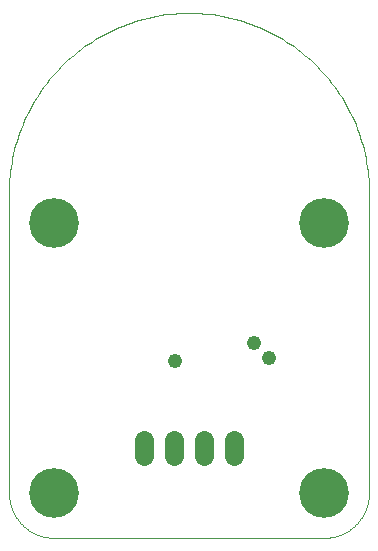
<source format=gbs>
G75*
%MOIN*%
%OFA0B0*%
%FSLAX25Y25*%
%IPPOS*%
%LPD*%
%AMOC8*
5,1,8,0,0,1.08239X$1,22.5*
%
%ADD10C,0.00000*%
%ADD11C,0.06343*%
%ADD12C,0.16611*%
%ADD13C,0.04800*%
D10*
X0001800Y0016800D02*
X0001800Y0116800D01*
X0001818Y0118261D01*
X0001871Y0119721D01*
X0001960Y0121180D01*
X0002084Y0122636D01*
X0002244Y0124088D01*
X0002439Y0125536D01*
X0002670Y0126979D01*
X0002935Y0128416D01*
X0003235Y0129846D01*
X0003570Y0131268D01*
X0003940Y0132682D01*
X0004344Y0134086D01*
X0004782Y0135480D01*
X0005254Y0136863D01*
X0005759Y0138234D01*
X0006298Y0139592D01*
X0006869Y0140937D01*
X0007473Y0142267D01*
X0008109Y0143583D01*
X0008777Y0144882D01*
X0009477Y0146165D01*
X0010208Y0147430D01*
X0010969Y0148678D01*
X0011760Y0149906D01*
X0012581Y0151115D01*
X0013431Y0152303D01*
X0014310Y0153470D01*
X0015217Y0154616D01*
X0016152Y0155739D01*
X0017114Y0156839D01*
X0018102Y0157915D01*
X0019116Y0158967D01*
X0020156Y0159994D01*
X0021220Y0160995D01*
X0022308Y0161971D01*
X0023420Y0162919D01*
X0024554Y0163840D01*
X0025711Y0164733D01*
X0026888Y0165597D01*
X0028087Y0166433D01*
X0029306Y0167239D01*
X0030544Y0168016D01*
X0031800Y0168762D01*
X0033074Y0169477D01*
X0034365Y0170161D01*
X0035673Y0170813D01*
X0036996Y0171433D01*
X0038334Y0172021D01*
X0039685Y0172576D01*
X0041050Y0173098D01*
X0042427Y0173586D01*
X0043816Y0174041D01*
X0045215Y0174462D01*
X0046624Y0174849D01*
X0048042Y0175201D01*
X0049468Y0175519D01*
X0050902Y0175802D01*
X0052342Y0176050D01*
X0053787Y0176263D01*
X0055238Y0176440D01*
X0056692Y0176582D01*
X0058149Y0176689D01*
X0059609Y0176760D01*
X0061069Y0176796D01*
X0062531Y0176796D01*
X0063991Y0176760D01*
X0065451Y0176689D01*
X0066908Y0176582D01*
X0068362Y0176440D01*
X0069813Y0176263D01*
X0071258Y0176050D01*
X0072698Y0175802D01*
X0074132Y0175519D01*
X0075558Y0175201D01*
X0076976Y0174849D01*
X0078385Y0174462D01*
X0079784Y0174041D01*
X0081173Y0173586D01*
X0082550Y0173098D01*
X0083915Y0172576D01*
X0085266Y0172021D01*
X0086604Y0171433D01*
X0087927Y0170813D01*
X0089235Y0170161D01*
X0090526Y0169477D01*
X0091800Y0168762D01*
X0093056Y0168016D01*
X0094294Y0167239D01*
X0095513Y0166433D01*
X0096712Y0165597D01*
X0097889Y0164733D01*
X0099046Y0163840D01*
X0100180Y0162919D01*
X0101292Y0161971D01*
X0102380Y0160995D01*
X0103444Y0159994D01*
X0104484Y0158967D01*
X0105498Y0157915D01*
X0106486Y0156839D01*
X0107448Y0155739D01*
X0108383Y0154616D01*
X0109290Y0153470D01*
X0110169Y0152303D01*
X0111019Y0151115D01*
X0111840Y0149906D01*
X0112631Y0148678D01*
X0113392Y0147430D01*
X0114123Y0146165D01*
X0114823Y0144882D01*
X0115491Y0143583D01*
X0116127Y0142267D01*
X0116731Y0140937D01*
X0117302Y0139592D01*
X0117841Y0138234D01*
X0118346Y0136863D01*
X0118818Y0135480D01*
X0119256Y0134086D01*
X0119660Y0132682D01*
X0120030Y0131268D01*
X0120365Y0129846D01*
X0120665Y0128416D01*
X0120930Y0126979D01*
X0121161Y0125536D01*
X0121356Y0124088D01*
X0121516Y0122636D01*
X0121640Y0121180D01*
X0121729Y0119721D01*
X0121782Y0118261D01*
X0121800Y0116800D01*
X0121800Y0016800D01*
X0121796Y0016438D01*
X0121782Y0016075D01*
X0121761Y0015713D01*
X0121730Y0015352D01*
X0121691Y0014992D01*
X0121643Y0014633D01*
X0121586Y0014275D01*
X0121521Y0013918D01*
X0121447Y0013563D01*
X0121364Y0013210D01*
X0121273Y0012859D01*
X0121174Y0012511D01*
X0121066Y0012165D01*
X0120950Y0011821D01*
X0120825Y0011481D01*
X0120693Y0011144D01*
X0120552Y0010810D01*
X0120403Y0010479D01*
X0120246Y0010152D01*
X0120082Y0009829D01*
X0119910Y0009510D01*
X0119730Y0009196D01*
X0119542Y0008885D01*
X0119347Y0008580D01*
X0119145Y0008279D01*
X0118935Y0007983D01*
X0118719Y0007693D01*
X0118495Y0007407D01*
X0118265Y0007127D01*
X0118028Y0006853D01*
X0117784Y0006585D01*
X0117534Y0006322D01*
X0117278Y0006066D01*
X0117015Y0005816D01*
X0116747Y0005572D01*
X0116473Y0005335D01*
X0116193Y0005105D01*
X0115907Y0004881D01*
X0115617Y0004665D01*
X0115321Y0004455D01*
X0115020Y0004253D01*
X0114715Y0004058D01*
X0114404Y0003870D01*
X0114090Y0003690D01*
X0113771Y0003518D01*
X0113448Y0003354D01*
X0113121Y0003197D01*
X0112790Y0003048D01*
X0112456Y0002907D01*
X0112119Y0002775D01*
X0111779Y0002650D01*
X0111435Y0002534D01*
X0111089Y0002426D01*
X0110741Y0002327D01*
X0110390Y0002236D01*
X0110037Y0002153D01*
X0109682Y0002079D01*
X0109325Y0002014D01*
X0108967Y0001957D01*
X0108608Y0001909D01*
X0108248Y0001870D01*
X0107887Y0001839D01*
X0107525Y0001818D01*
X0107162Y0001804D01*
X0106800Y0001800D01*
X0016800Y0001800D01*
X0016438Y0001804D01*
X0016075Y0001818D01*
X0015713Y0001839D01*
X0015352Y0001870D01*
X0014992Y0001909D01*
X0014633Y0001957D01*
X0014275Y0002014D01*
X0013918Y0002079D01*
X0013563Y0002153D01*
X0013210Y0002236D01*
X0012859Y0002327D01*
X0012511Y0002426D01*
X0012165Y0002534D01*
X0011821Y0002650D01*
X0011481Y0002775D01*
X0011144Y0002907D01*
X0010810Y0003048D01*
X0010479Y0003197D01*
X0010152Y0003354D01*
X0009829Y0003518D01*
X0009510Y0003690D01*
X0009196Y0003870D01*
X0008885Y0004058D01*
X0008580Y0004253D01*
X0008279Y0004455D01*
X0007983Y0004665D01*
X0007693Y0004881D01*
X0007407Y0005105D01*
X0007127Y0005335D01*
X0006853Y0005572D01*
X0006585Y0005816D01*
X0006322Y0006066D01*
X0006066Y0006322D01*
X0005816Y0006585D01*
X0005572Y0006853D01*
X0005335Y0007127D01*
X0005105Y0007407D01*
X0004881Y0007693D01*
X0004665Y0007983D01*
X0004455Y0008279D01*
X0004253Y0008580D01*
X0004058Y0008885D01*
X0003870Y0009196D01*
X0003690Y0009510D01*
X0003518Y0009829D01*
X0003354Y0010152D01*
X0003197Y0010479D01*
X0003048Y0010810D01*
X0002907Y0011144D01*
X0002775Y0011481D01*
X0002650Y0011821D01*
X0002534Y0012165D01*
X0002426Y0012511D01*
X0002327Y0012859D01*
X0002236Y0013210D01*
X0002153Y0013563D01*
X0002079Y0013918D01*
X0002014Y0014275D01*
X0001957Y0014633D01*
X0001909Y0014992D01*
X0001870Y0015352D01*
X0001839Y0015713D01*
X0001818Y0016075D01*
X0001804Y0016438D01*
X0001800Y0016800D01*
D11*
X0046800Y0029028D02*
X0046800Y0034572D01*
X0056800Y0034572D02*
X0056800Y0029028D01*
X0066800Y0029028D02*
X0066800Y0034572D01*
X0076800Y0034572D02*
X0076800Y0029028D01*
D12*
X0106800Y0016800D03*
X0106800Y0106800D03*
X0016800Y0106800D03*
X0016800Y0016800D03*
D13*
X0056997Y0060855D03*
X0083572Y0066761D03*
X0088493Y0061839D03*
M02*

</source>
